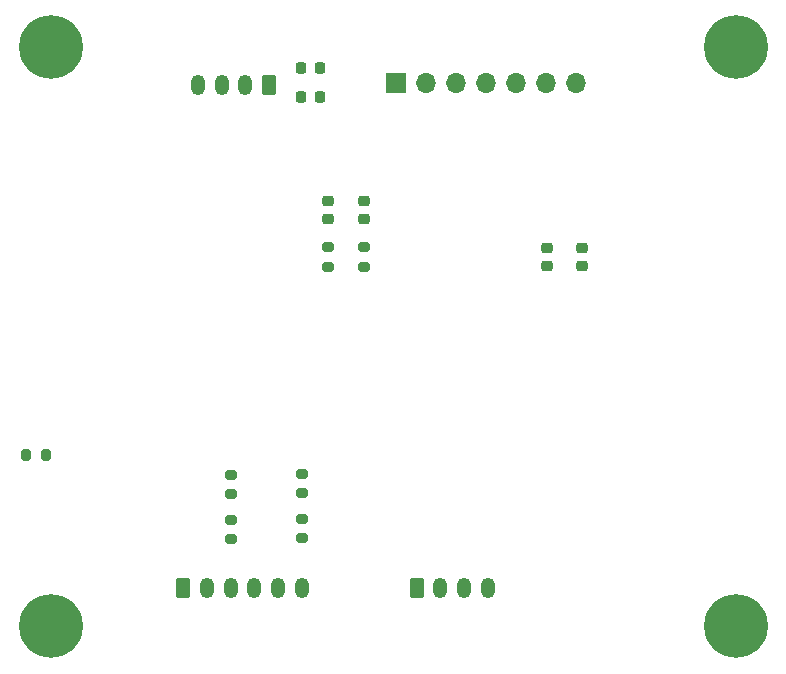
<source format=gbr>
%TF.GenerationSoftware,KiCad,Pcbnew,8.0.5*%
%TF.CreationDate,2024-11-08T11:27:06-05:00*%
%TF.ProjectId,psocpcb,70736f63-7063-4622-9e6b-696361645f70,rev?*%
%TF.SameCoordinates,Original*%
%TF.FileFunction,Soldermask,Bot*%
%TF.FilePolarity,Negative*%
%FSLAX46Y46*%
G04 Gerber Fmt 4.6, Leading zero omitted, Abs format (unit mm)*
G04 Created by KiCad (PCBNEW 8.0.5) date 2024-11-08 11:27:06*
%MOMM*%
%LPD*%
G01*
G04 APERTURE LIST*
G04 Aperture macros list*
%AMRoundRect*
0 Rectangle with rounded corners*
0 $1 Rounding radius*
0 $2 $3 $4 $5 $6 $7 $8 $9 X,Y pos of 4 corners*
0 Add a 4 corners polygon primitive as box body*
4,1,4,$2,$3,$4,$5,$6,$7,$8,$9,$2,$3,0*
0 Add four circle primitives for the rounded corners*
1,1,$1+$1,$2,$3*
1,1,$1+$1,$4,$5*
1,1,$1+$1,$6,$7*
1,1,$1+$1,$8,$9*
0 Add four rect primitives between the rounded corners*
20,1,$1+$1,$2,$3,$4,$5,0*
20,1,$1+$1,$4,$5,$6,$7,0*
20,1,$1+$1,$6,$7,$8,$9,0*
20,1,$1+$1,$8,$9,$2,$3,0*%
G04 Aperture macros list end*
%ADD10C,3.100000*%
%ADD11C,5.400000*%
%ADD12R,1.700000X1.700000*%
%ADD13O,1.700000X1.700000*%
%ADD14RoundRect,0.250000X-0.350000X-0.625000X0.350000X-0.625000X0.350000X0.625000X-0.350000X0.625000X0*%
%ADD15O,1.200000X1.750000*%
%ADD16RoundRect,0.250000X0.350000X0.625000X-0.350000X0.625000X-0.350000X-0.625000X0.350000X-0.625000X0*%
%ADD17RoundRect,0.225000X0.250000X-0.225000X0.250000X0.225000X-0.250000X0.225000X-0.250000X-0.225000X0*%
%ADD18RoundRect,0.225000X-0.225000X-0.250000X0.225000X-0.250000X0.225000X0.250000X-0.225000X0.250000X0*%
%ADD19RoundRect,0.200000X0.275000X-0.200000X0.275000X0.200000X-0.275000X0.200000X-0.275000X-0.200000X0*%
%ADD20RoundRect,0.225000X-0.250000X0.225000X-0.250000X-0.225000X0.250000X-0.225000X0.250000X0.225000X0*%
%ADD21RoundRect,0.200000X-0.200000X-0.275000X0.200000X-0.275000X0.200000X0.275000X-0.200000X0.275000X0*%
%ADD22RoundRect,0.200000X-0.275000X0.200000X-0.275000X-0.200000X0.275000X-0.200000X0.275000X0.200000X0*%
G04 APERTURE END LIST*
D10*
%TO.C,H3*%
X107500000Y-85250000D03*
D11*
X107500000Y-85250000D03*
%TD*%
D12*
%TO.C,J4*%
X136750000Y-39250000D03*
D13*
X139290000Y-39250000D03*
X141830000Y-39250000D03*
X144370000Y-39250000D03*
X146910000Y-39250000D03*
X149450000Y-39250000D03*
X151990000Y-39250000D03*
%TD*%
D14*
%TO.C,J7*%
X118750000Y-82050000D03*
D15*
X120750000Y-82050000D03*
X122750000Y-82050000D03*
X124750000Y-82050000D03*
X126750000Y-82050000D03*
X128750000Y-82050000D03*
%TD*%
D10*
%TO.C,H2*%
X165500000Y-36250000D03*
D11*
X165500000Y-36250000D03*
%TD*%
D14*
%TO.C,J5*%
X138500000Y-82050000D03*
D15*
X140500000Y-82050000D03*
X142500000Y-82050000D03*
X144500000Y-82050000D03*
%TD*%
D10*
%TO.C,H4*%
X165500000Y-85250000D03*
D11*
X165500000Y-85250000D03*
%TD*%
D10*
%TO.C,H1*%
X107500000Y-36250000D03*
D11*
X107500000Y-36250000D03*
%TD*%
D16*
%TO.C,J6*%
X126000000Y-39450000D03*
D15*
X124000000Y-39450000D03*
X122000000Y-39450000D03*
X120000000Y-39450000D03*
%TD*%
D17*
%TO.C,C3*%
X134000000Y-50775000D03*
X134000000Y-49225000D03*
%TD*%
D18*
%TO.C,C7*%
X128725000Y-40500000D03*
X130275000Y-40500000D03*
%TD*%
D19*
%TO.C,R2*%
X131000000Y-54825000D03*
X131000000Y-53175000D03*
%TD*%
D18*
%TO.C,C8*%
X128725000Y-38000000D03*
X130275000Y-38000000D03*
%TD*%
D20*
%TO.C,C5*%
X149500000Y-53225000D03*
X149500000Y-54775000D03*
%TD*%
D21*
%TO.C,R11*%
X105425000Y-70750000D03*
X107075000Y-70750000D03*
%TD*%
D22*
%TO.C,R10*%
X128750000Y-76175000D03*
X128750000Y-77825000D03*
%TD*%
%TO.C,R8*%
X122750000Y-76250000D03*
X122750000Y-77900000D03*
%TD*%
D17*
%TO.C,C6*%
X131000000Y-50775000D03*
X131000000Y-49225000D03*
%TD*%
D19*
%TO.C,R1*%
X134000000Y-54825000D03*
X134000000Y-53175000D03*
%TD*%
D22*
%TO.C,R4*%
X122750000Y-72450000D03*
X122750000Y-74100000D03*
%TD*%
%TO.C,R6*%
X128750000Y-72350000D03*
X128750000Y-74000000D03*
%TD*%
D20*
%TO.C,C4*%
X152500000Y-53225000D03*
X152500000Y-54775000D03*
%TD*%
M02*

</source>
